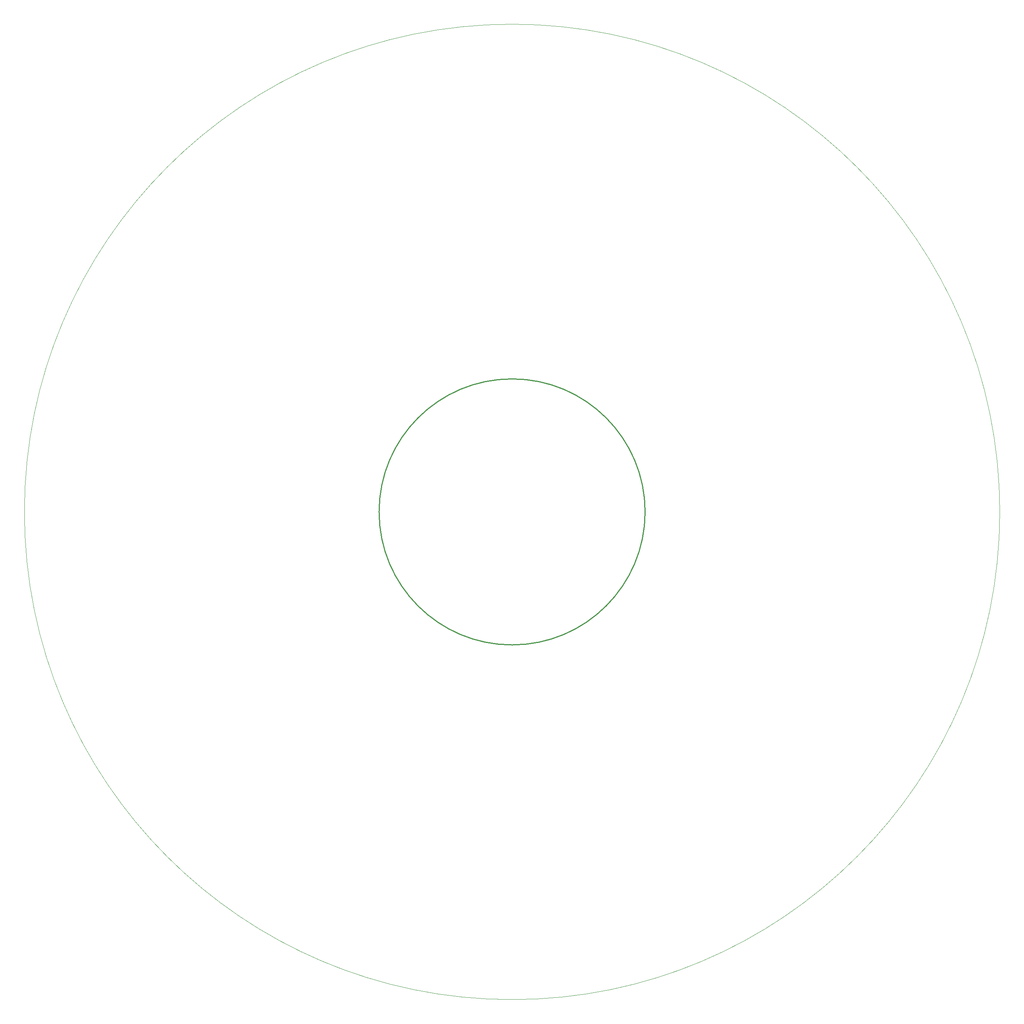
<source format=gbr>
%TF.GenerationSoftware,Altium Limited,Altium Designer,20.2.3 (150)*%
G04 Layer_Color=16711935*
%FSLAX45Y45*%
%MOMM*%
%TF.SameCoordinates,D065702F-5D7C-4ECE-B493-19553C93D9E3*%
%TF.FilePolarity,Positive*%
%TF.FileFunction,Keep-out,Top*%
%TF.Part,Single*%
G01*
G75*
%TA.AperFunction,NonConductor*%
%ADD56C,0.25400*%
%ADD95C,0.01270*%
D56*
X14000000Y11000000D02*
G03*
X14000000Y11000000I-3000000J0D01*
G01*
D95*
X22000000D02*
G03*
X22000000Y11000000I-11000000J0D01*
G01*
%TF.MD5,69fb7e0dac93b761344ed2d84e9a28ba*%
M02*

</source>
